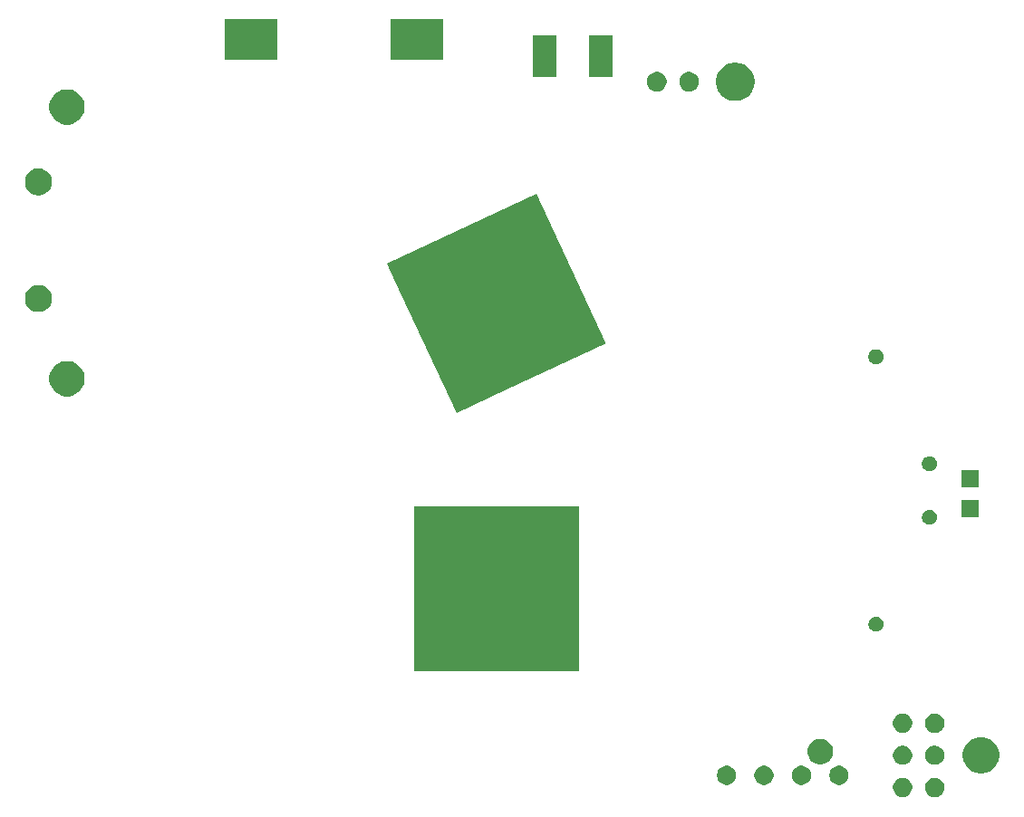
<source format=gts>
G04 #@! TF.GenerationSoftware,KiCad,Pcbnew,5.0.2-bee76a0~70~ubuntu18.04.1*
G04 #@! TF.CreationDate,2019-04-30T11:13:38-04:00*
G04 #@! TF.ProjectId,AIR_Mount_Minus,4149525f-4d6f-4756-9e74-5f4d696e7573,rev?*
G04 #@! TF.SameCoordinates,Original*
G04 #@! TF.FileFunction,Soldermask,Top*
G04 #@! TF.FilePolarity,Negative*
%FSLAX46Y46*%
G04 Gerber Fmt 4.6, Leading zero omitted, Abs format (unit mm)*
G04 Created by KiCad (PCBNEW 5.0.2-bee76a0~70~ubuntu18.04.1) date Tue 30 Apr 2019 11:13:38 AM EDT*
%MOMM*%
%LPD*%
G01*
G04 APERTURE LIST*
%ADD10C,0.100000*%
G04 APERTURE END LIST*
D10*
G36*
X209202521Y-123614586D02*
X209366309Y-123682429D01*
X209513720Y-123780926D01*
X209639074Y-123906280D01*
X209737571Y-124053691D01*
X209805414Y-124217479D01*
X209840000Y-124391356D01*
X209840000Y-124568644D01*
X209805414Y-124742521D01*
X209737571Y-124906309D01*
X209639074Y-125053720D01*
X209513720Y-125179074D01*
X209366309Y-125277571D01*
X209202521Y-125345414D01*
X209028644Y-125380000D01*
X208851356Y-125380000D01*
X208677479Y-125345414D01*
X208513691Y-125277571D01*
X208366280Y-125179074D01*
X208240926Y-125053720D01*
X208142429Y-124906309D01*
X208074586Y-124742521D01*
X208040000Y-124568644D01*
X208040000Y-124391356D01*
X208074586Y-124217479D01*
X208142429Y-124053691D01*
X208240926Y-123906280D01*
X208366280Y-123780926D01*
X208513691Y-123682429D01*
X208677479Y-123614586D01*
X208851356Y-123580000D01*
X209028644Y-123580000D01*
X209202521Y-123614586D01*
X209202521Y-123614586D01*
G37*
G36*
X206202521Y-123614586D02*
X206366309Y-123682429D01*
X206513720Y-123780926D01*
X206639074Y-123906280D01*
X206737571Y-124053691D01*
X206805414Y-124217479D01*
X206840000Y-124391356D01*
X206840000Y-124568644D01*
X206805414Y-124742521D01*
X206737571Y-124906309D01*
X206639074Y-125053720D01*
X206513720Y-125179074D01*
X206366309Y-125277571D01*
X206202521Y-125345414D01*
X206028644Y-125380000D01*
X205851356Y-125380000D01*
X205677479Y-125345414D01*
X205513691Y-125277571D01*
X205366280Y-125179074D01*
X205240926Y-125053720D01*
X205142429Y-124906309D01*
X205074586Y-124742521D01*
X205040000Y-124568644D01*
X205040000Y-124391356D01*
X205074586Y-124217479D01*
X205142429Y-124053691D01*
X205240926Y-123906280D01*
X205366280Y-123780926D01*
X205513691Y-123682429D01*
X205677479Y-123614586D01*
X205851356Y-123580000D01*
X206028644Y-123580000D01*
X206202521Y-123614586D01*
X206202521Y-123614586D01*
G37*
G36*
X200252083Y-122486029D02*
X200415596Y-122553758D01*
X200562764Y-122652093D01*
X200687907Y-122777236D01*
X200786242Y-122924404D01*
X200853971Y-123087917D01*
X200888500Y-123261505D01*
X200888500Y-123438495D01*
X200853971Y-123612083D01*
X200786242Y-123775596D01*
X200786240Y-123775599D01*
X200698920Y-123906283D01*
X200687907Y-123922764D01*
X200562764Y-124047907D01*
X200562761Y-124047909D01*
X200562760Y-124047910D01*
X200554108Y-124053691D01*
X200415596Y-124146242D01*
X200252083Y-124213971D01*
X200078495Y-124248500D01*
X199901505Y-124248500D01*
X199727917Y-124213971D01*
X199564404Y-124146242D01*
X199425892Y-124053691D01*
X199417240Y-124047910D01*
X199417239Y-124047909D01*
X199417236Y-124047907D01*
X199292093Y-123922764D01*
X199281081Y-123906283D01*
X199193760Y-123775599D01*
X199193758Y-123775596D01*
X199126029Y-123612083D01*
X199091500Y-123438495D01*
X199091500Y-123261505D01*
X199126029Y-123087917D01*
X199193758Y-122924404D01*
X199292093Y-122777236D01*
X199417236Y-122652093D01*
X199564404Y-122553758D01*
X199727917Y-122486029D01*
X199901505Y-122451500D01*
X200078495Y-122451500D01*
X200252083Y-122486029D01*
X200252083Y-122486029D01*
G37*
G36*
X196752083Y-122486029D02*
X196915596Y-122553758D01*
X197062764Y-122652093D01*
X197187907Y-122777236D01*
X197286242Y-122924404D01*
X197353971Y-123087917D01*
X197388500Y-123261505D01*
X197388500Y-123438495D01*
X197353971Y-123612083D01*
X197286242Y-123775596D01*
X197286240Y-123775599D01*
X197198920Y-123906283D01*
X197187907Y-123922764D01*
X197062764Y-124047907D01*
X197062761Y-124047909D01*
X197062760Y-124047910D01*
X197054108Y-124053691D01*
X196915596Y-124146242D01*
X196752083Y-124213971D01*
X196578495Y-124248500D01*
X196401505Y-124248500D01*
X196227917Y-124213971D01*
X196064404Y-124146242D01*
X195925892Y-124053691D01*
X195917240Y-124047910D01*
X195917239Y-124047909D01*
X195917236Y-124047907D01*
X195792093Y-123922764D01*
X195781081Y-123906283D01*
X195693760Y-123775599D01*
X195693758Y-123775596D01*
X195626029Y-123612083D01*
X195591500Y-123438495D01*
X195591500Y-123261505D01*
X195626029Y-123087917D01*
X195693758Y-122924404D01*
X195792093Y-122777236D01*
X195917236Y-122652093D01*
X196064404Y-122553758D01*
X196227917Y-122486029D01*
X196401505Y-122451500D01*
X196578495Y-122451500D01*
X196752083Y-122486029D01*
X196752083Y-122486029D01*
G37*
G36*
X193252083Y-122486029D02*
X193415596Y-122553758D01*
X193562764Y-122652093D01*
X193687907Y-122777236D01*
X193786242Y-122924404D01*
X193853971Y-123087917D01*
X193888500Y-123261505D01*
X193888500Y-123438495D01*
X193853971Y-123612083D01*
X193786242Y-123775596D01*
X193786240Y-123775599D01*
X193698920Y-123906283D01*
X193687907Y-123922764D01*
X193562764Y-124047907D01*
X193562761Y-124047909D01*
X193562760Y-124047910D01*
X193554108Y-124053691D01*
X193415596Y-124146242D01*
X193252083Y-124213971D01*
X193078495Y-124248500D01*
X192901505Y-124248500D01*
X192727917Y-124213971D01*
X192564404Y-124146242D01*
X192425892Y-124053691D01*
X192417240Y-124047910D01*
X192417239Y-124047909D01*
X192417236Y-124047907D01*
X192292093Y-123922764D01*
X192281081Y-123906283D01*
X192193760Y-123775599D01*
X192193758Y-123775596D01*
X192126029Y-123612083D01*
X192091500Y-123438495D01*
X192091500Y-123261505D01*
X192126029Y-123087917D01*
X192193758Y-122924404D01*
X192292093Y-122777236D01*
X192417236Y-122652093D01*
X192564404Y-122553758D01*
X192727917Y-122486029D01*
X192901505Y-122451500D01*
X193078495Y-122451500D01*
X193252083Y-122486029D01*
X193252083Y-122486029D01*
G37*
G36*
X189752083Y-122486029D02*
X189915596Y-122553758D01*
X190062764Y-122652093D01*
X190187907Y-122777236D01*
X190286242Y-122924404D01*
X190353971Y-123087917D01*
X190388500Y-123261505D01*
X190388500Y-123438495D01*
X190353971Y-123612083D01*
X190286242Y-123775596D01*
X190286240Y-123775599D01*
X190198920Y-123906283D01*
X190187907Y-123922764D01*
X190062764Y-124047907D01*
X190062761Y-124047909D01*
X190062760Y-124047910D01*
X190054108Y-124053691D01*
X189915596Y-124146242D01*
X189752083Y-124213971D01*
X189578495Y-124248500D01*
X189401505Y-124248500D01*
X189227917Y-124213971D01*
X189064404Y-124146242D01*
X188925892Y-124053691D01*
X188917240Y-124047910D01*
X188917239Y-124047909D01*
X188917236Y-124047907D01*
X188792093Y-123922764D01*
X188781081Y-123906283D01*
X188693760Y-123775599D01*
X188693758Y-123775596D01*
X188626029Y-123612083D01*
X188591500Y-123438495D01*
X188591500Y-123261505D01*
X188626029Y-123087917D01*
X188693758Y-122924404D01*
X188792093Y-122777236D01*
X188917236Y-122652093D01*
X189064404Y-122553758D01*
X189227917Y-122486029D01*
X189401505Y-122451500D01*
X189578495Y-122451500D01*
X189752083Y-122486029D01*
X189752083Y-122486029D01*
G37*
G36*
X213646393Y-119823553D02*
X213755872Y-119845330D01*
X214065252Y-119973479D01*
X214343687Y-120159523D01*
X214580477Y-120396313D01*
X214766521Y-120674748D01*
X214894670Y-120984128D01*
X214894670Y-120984129D01*
X214960000Y-121312563D01*
X214960000Y-121647437D01*
X214941086Y-121742521D01*
X214894670Y-121975872D01*
X214766521Y-122285252D01*
X214580477Y-122563687D01*
X214343687Y-122800477D01*
X214065252Y-122986521D01*
X213755872Y-123114670D01*
X213646393Y-123136447D01*
X213427437Y-123180000D01*
X213092563Y-123180000D01*
X212873607Y-123136447D01*
X212764128Y-123114670D01*
X212454748Y-122986521D01*
X212176313Y-122800477D01*
X211939523Y-122563687D01*
X211753479Y-122285252D01*
X211625330Y-121975872D01*
X211578914Y-121742521D01*
X211560000Y-121647437D01*
X211560000Y-121312563D01*
X211625330Y-120984129D01*
X211625330Y-120984128D01*
X211753479Y-120674748D01*
X211939523Y-120396313D01*
X212176313Y-120159523D01*
X212454748Y-119973479D01*
X212764128Y-119845330D01*
X212873607Y-119823553D01*
X213092563Y-119780000D01*
X213427437Y-119780000D01*
X213646393Y-119823553D01*
X213646393Y-119823553D01*
G37*
G36*
X206202521Y-120614586D02*
X206366309Y-120682429D01*
X206513720Y-120780926D01*
X206639074Y-120906280D01*
X206737571Y-121053691D01*
X206805414Y-121217479D01*
X206840000Y-121391356D01*
X206840000Y-121568644D01*
X206805414Y-121742521D01*
X206737571Y-121906309D01*
X206639074Y-122053720D01*
X206513720Y-122179074D01*
X206366309Y-122277571D01*
X206202521Y-122345414D01*
X206028644Y-122380000D01*
X205851356Y-122380000D01*
X205677479Y-122345414D01*
X205513691Y-122277571D01*
X205366280Y-122179074D01*
X205240926Y-122053720D01*
X205142429Y-121906309D01*
X205074586Y-121742521D01*
X205040000Y-121568644D01*
X205040000Y-121391356D01*
X205074586Y-121217479D01*
X205142429Y-121053691D01*
X205240926Y-120906280D01*
X205366280Y-120780926D01*
X205513691Y-120682429D01*
X205677479Y-120614586D01*
X205851356Y-120580000D01*
X206028644Y-120580000D01*
X206202521Y-120614586D01*
X206202521Y-120614586D01*
G37*
G36*
X209202521Y-120614586D02*
X209366309Y-120682429D01*
X209513720Y-120780926D01*
X209639074Y-120906280D01*
X209737571Y-121053691D01*
X209805414Y-121217479D01*
X209840000Y-121391356D01*
X209840000Y-121568644D01*
X209805414Y-121742521D01*
X209737571Y-121906309D01*
X209639074Y-122053720D01*
X209513720Y-122179074D01*
X209366309Y-122277571D01*
X209202521Y-122345414D01*
X209028644Y-122380000D01*
X208851356Y-122380000D01*
X208677479Y-122345414D01*
X208513691Y-122277571D01*
X208366280Y-122179074D01*
X208240926Y-122053720D01*
X208142429Y-121906309D01*
X208074586Y-121742521D01*
X208040000Y-121568644D01*
X208040000Y-121391356D01*
X208074586Y-121217479D01*
X208142429Y-121053691D01*
X208240926Y-120906280D01*
X208366280Y-120780926D01*
X208513691Y-120682429D01*
X208677479Y-120614586D01*
X208851356Y-120580000D01*
X209028644Y-120580000D01*
X209202521Y-120614586D01*
X209202521Y-120614586D01*
G37*
G36*
X198587255Y-119975250D02*
X198803910Y-120064991D01*
X198803913Y-120064993D01*
X198945387Y-120159523D01*
X198998903Y-120195282D01*
X199164718Y-120361097D01*
X199164720Y-120361100D01*
X199164721Y-120361101D01*
X199188249Y-120396313D01*
X199295009Y-120556090D01*
X199384750Y-120772745D01*
X199430500Y-121002745D01*
X199430500Y-121237255D01*
X199384750Y-121467255D01*
X199295009Y-121683910D01*
X199164718Y-121878903D01*
X198998903Y-122044718D01*
X198998900Y-122044720D01*
X198998899Y-122044721D01*
X198985431Y-122053720D01*
X198803910Y-122175009D01*
X198587255Y-122264750D01*
X198357255Y-122310500D01*
X198122745Y-122310500D01*
X197892745Y-122264750D01*
X197676090Y-122175009D01*
X197494569Y-122053720D01*
X197481101Y-122044721D01*
X197481100Y-122044720D01*
X197481097Y-122044718D01*
X197315282Y-121878903D01*
X197184991Y-121683910D01*
X197095250Y-121467255D01*
X197049500Y-121237255D01*
X197049500Y-121002745D01*
X197095250Y-120772745D01*
X197184991Y-120556090D01*
X197291751Y-120396313D01*
X197315279Y-120361101D01*
X197315280Y-120361100D01*
X197315282Y-120361097D01*
X197481097Y-120195282D01*
X197534614Y-120159523D01*
X197676087Y-120064993D01*
X197676090Y-120064991D01*
X197892745Y-119975250D01*
X198122745Y-119929500D01*
X198357255Y-119929500D01*
X198587255Y-119975250D01*
X198587255Y-119975250D01*
G37*
G36*
X206202521Y-117614586D02*
X206366309Y-117682429D01*
X206513720Y-117780926D01*
X206639074Y-117906280D01*
X206737571Y-118053691D01*
X206805414Y-118217479D01*
X206840000Y-118391356D01*
X206840000Y-118568644D01*
X206805414Y-118742521D01*
X206737571Y-118906309D01*
X206639074Y-119053720D01*
X206513720Y-119179074D01*
X206366309Y-119277571D01*
X206202521Y-119345414D01*
X206028644Y-119380000D01*
X205851356Y-119380000D01*
X205677479Y-119345414D01*
X205513691Y-119277571D01*
X205366280Y-119179074D01*
X205240926Y-119053720D01*
X205142429Y-118906309D01*
X205074586Y-118742521D01*
X205040000Y-118568644D01*
X205040000Y-118391356D01*
X205074586Y-118217479D01*
X205142429Y-118053691D01*
X205240926Y-117906280D01*
X205366280Y-117780926D01*
X205513691Y-117682429D01*
X205677479Y-117614586D01*
X205851356Y-117580000D01*
X206028644Y-117580000D01*
X206202521Y-117614586D01*
X206202521Y-117614586D01*
G37*
G36*
X209202521Y-117614586D02*
X209366309Y-117682429D01*
X209513720Y-117780926D01*
X209639074Y-117906280D01*
X209737571Y-118053691D01*
X209805414Y-118217479D01*
X209840000Y-118391356D01*
X209840000Y-118568644D01*
X209805414Y-118742521D01*
X209737571Y-118906309D01*
X209639074Y-119053720D01*
X209513720Y-119179074D01*
X209366309Y-119277571D01*
X209202521Y-119345414D01*
X209028644Y-119380000D01*
X208851356Y-119380000D01*
X208677479Y-119345414D01*
X208513691Y-119277571D01*
X208366280Y-119179074D01*
X208240926Y-119053720D01*
X208142429Y-118906309D01*
X208074586Y-118742521D01*
X208040000Y-118568644D01*
X208040000Y-118391356D01*
X208074586Y-118217479D01*
X208142429Y-118053691D01*
X208240926Y-117906280D01*
X208366280Y-117780926D01*
X208513691Y-117682429D01*
X208677479Y-117614586D01*
X208851356Y-117580000D01*
X209028644Y-117580000D01*
X209202521Y-117614586D01*
X209202521Y-117614586D01*
G37*
G36*
X175731363Y-113620001D02*
X160331363Y-113620001D01*
X160331363Y-98220001D01*
X175731363Y-98220001D01*
X175731363Y-113620001D01*
X175731363Y-113620001D01*
G37*
G36*
X203658183Y-108546900D02*
X203785574Y-108599668D01*
X203900225Y-108676275D01*
X203997725Y-108773775D01*
X204074332Y-108888426D01*
X204127100Y-109015817D01*
X204154000Y-109151055D01*
X204154000Y-109288945D01*
X204127100Y-109424183D01*
X204074332Y-109551574D01*
X203997725Y-109666225D01*
X203900225Y-109763725D01*
X203785574Y-109840332D01*
X203658183Y-109893100D01*
X203522945Y-109920000D01*
X203385055Y-109920000D01*
X203249817Y-109893100D01*
X203122426Y-109840332D01*
X203007775Y-109763725D01*
X202910275Y-109666225D01*
X202833668Y-109551574D01*
X202780900Y-109424183D01*
X202754000Y-109288945D01*
X202754000Y-109151055D01*
X202780900Y-109015817D01*
X202833668Y-108888426D01*
X202910275Y-108773775D01*
X203007775Y-108676275D01*
X203122426Y-108599668D01*
X203249817Y-108546900D01*
X203385055Y-108520000D01*
X203522945Y-108520000D01*
X203658183Y-108546900D01*
X203658183Y-108546900D01*
G37*
G36*
X208658183Y-98546900D02*
X208785574Y-98599668D01*
X208900225Y-98676275D01*
X208997725Y-98773775D01*
X209074332Y-98888426D01*
X209127100Y-99015817D01*
X209154000Y-99151055D01*
X209154000Y-99288945D01*
X209127100Y-99424183D01*
X209074332Y-99551574D01*
X208997725Y-99666225D01*
X208900225Y-99763725D01*
X208785574Y-99840332D01*
X208658183Y-99893100D01*
X208522945Y-99920000D01*
X208385055Y-99920000D01*
X208249817Y-99893100D01*
X208122426Y-99840332D01*
X208007775Y-99763725D01*
X207910275Y-99666225D01*
X207833668Y-99551574D01*
X207780900Y-99424183D01*
X207754000Y-99288945D01*
X207754000Y-99151055D01*
X207780900Y-99015817D01*
X207833668Y-98888426D01*
X207910275Y-98773775D01*
X208007775Y-98676275D01*
X208122426Y-98599668D01*
X208249817Y-98546900D01*
X208385055Y-98520000D01*
X208522945Y-98520000D01*
X208658183Y-98546900D01*
X208658183Y-98546900D01*
G37*
G36*
X213060000Y-99210000D02*
X211460000Y-99210000D01*
X211460000Y-97610000D01*
X213060000Y-97610000D01*
X213060000Y-99210000D01*
X213060000Y-99210000D01*
G37*
G36*
X213060000Y-96410000D02*
X211460000Y-96410000D01*
X211460000Y-94810000D01*
X213060000Y-94810000D01*
X213060000Y-96410000D01*
X213060000Y-96410000D01*
G37*
G36*
X208658183Y-93546900D02*
X208785574Y-93599668D01*
X208900225Y-93676275D01*
X208997725Y-93773775D01*
X209074332Y-93888426D01*
X209127100Y-94015817D01*
X209154000Y-94151055D01*
X209154000Y-94288945D01*
X209127100Y-94424183D01*
X209074332Y-94551574D01*
X208997725Y-94666225D01*
X208900225Y-94763725D01*
X208785574Y-94840332D01*
X208658183Y-94893100D01*
X208522945Y-94920000D01*
X208385055Y-94920000D01*
X208249817Y-94893100D01*
X208122426Y-94840332D01*
X208007775Y-94763725D01*
X207910275Y-94666225D01*
X207833668Y-94551574D01*
X207780900Y-94424183D01*
X207754000Y-94288945D01*
X207754000Y-94151055D01*
X207780900Y-94015817D01*
X207833668Y-93888426D01*
X207910275Y-93773775D01*
X208007775Y-93676275D01*
X208122426Y-93599668D01*
X208249817Y-93546900D01*
X208385055Y-93520000D01*
X208522945Y-93520000D01*
X208658183Y-93546900D01*
X208658183Y-93546900D01*
G37*
G36*
X175540404Y-77228610D02*
X178183877Y-82897555D01*
X178219732Y-82974448D01*
X168976572Y-87284604D01*
X164262592Y-89482769D01*
X164262591Y-89482769D01*
X158529568Y-77188260D01*
X157754270Y-75525629D01*
X157754270Y-75525628D01*
X168085832Y-70707942D01*
X171711410Y-69017307D01*
X171711411Y-69017307D01*
X175540404Y-77228610D01*
X175540404Y-77228610D01*
G37*
G36*
X128351287Y-84686408D02*
X128651568Y-84810789D01*
X128921814Y-84991361D01*
X129151639Y-85221186D01*
X129332211Y-85491432D01*
X129456592Y-85791713D01*
X129520000Y-86110489D01*
X129520000Y-86435511D01*
X129456592Y-86754287D01*
X129332211Y-87054568D01*
X129151639Y-87324814D01*
X128921814Y-87554639D01*
X128651568Y-87735211D01*
X128351287Y-87859592D01*
X128032511Y-87923000D01*
X127707489Y-87923000D01*
X127388713Y-87859592D01*
X127088432Y-87735211D01*
X126818186Y-87554639D01*
X126588361Y-87324814D01*
X126407789Y-87054568D01*
X126283408Y-86754287D01*
X126220000Y-86435511D01*
X126220000Y-86110489D01*
X126283408Y-85791713D01*
X126407789Y-85491432D01*
X126588361Y-85221186D01*
X126818186Y-84991361D01*
X127088432Y-84810789D01*
X127388713Y-84686408D01*
X127707489Y-84623000D01*
X128032511Y-84623000D01*
X128351287Y-84686408D01*
X128351287Y-84686408D01*
G37*
G36*
X203658183Y-83546900D02*
X203785574Y-83599668D01*
X203900224Y-83676274D01*
X203997726Y-83773776D01*
X204074332Y-83888426D01*
X204127100Y-84015817D01*
X204154000Y-84151055D01*
X204154000Y-84288945D01*
X204127100Y-84424183D01*
X204099084Y-84491818D01*
X204074332Y-84551574D01*
X203997726Y-84666224D01*
X203900224Y-84763726D01*
X203785574Y-84840332D01*
X203658183Y-84893100D01*
X203522945Y-84920000D01*
X203385055Y-84920000D01*
X203249817Y-84893100D01*
X203122426Y-84840332D01*
X203007776Y-84763726D01*
X202910274Y-84666224D01*
X202833668Y-84551574D01*
X202808916Y-84491818D01*
X202780900Y-84424183D01*
X202754000Y-84288945D01*
X202754000Y-84151055D01*
X202780900Y-84015817D01*
X202833668Y-83888426D01*
X202910274Y-83773776D01*
X203007776Y-83676274D01*
X203122426Y-83599668D01*
X203249817Y-83546900D01*
X203385055Y-83520000D01*
X203522945Y-83520000D01*
X203658183Y-83546900D01*
X203658183Y-83546900D01*
G37*
G36*
X125445814Y-77544211D02*
X125567529Y-77568421D01*
X125796834Y-77663402D01*
X126003203Y-77801294D01*
X126178706Y-77976797D01*
X126316598Y-78183166D01*
X126411579Y-78412471D01*
X126460000Y-78655901D01*
X126460000Y-78904099D01*
X126411579Y-79147529D01*
X126316598Y-79376834D01*
X126178706Y-79583203D01*
X126003203Y-79758706D01*
X125796834Y-79896598D01*
X125567529Y-79991579D01*
X125445814Y-80015790D01*
X125324101Y-80040000D01*
X125075899Y-80040000D01*
X124954186Y-80015790D01*
X124832471Y-79991579D01*
X124603166Y-79896598D01*
X124396797Y-79758706D01*
X124221294Y-79583203D01*
X124083402Y-79376834D01*
X123988421Y-79147529D01*
X123940000Y-78904099D01*
X123940000Y-78655901D01*
X123988421Y-78412471D01*
X124083402Y-78183166D01*
X124221294Y-77976797D01*
X124396797Y-77801294D01*
X124603166Y-77663402D01*
X124832471Y-77568421D01*
X124954186Y-77544211D01*
X125075899Y-77520000D01*
X125324101Y-77520000D01*
X125445814Y-77544211D01*
X125445814Y-77544211D01*
G37*
G36*
X125445814Y-66644211D02*
X125567529Y-66668421D01*
X125796834Y-66763402D01*
X126003203Y-66901294D01*
X126178706Y-67076797D01*
X126316598Y-67283166D01*
X126411579Y-67512471D01*
X126460000Y-67755901D01*
X126460000Y-68004099D01*
X126411579Y-68247529D01*
X126316598Y-68476834D01*
X126178706Y-68683203D01*
X126003203Y-68858706D01*
X125796834Y-68996598D01*
X125567529Y-69091579D01*
X125445814Y-69115789D01*
X125324101Y-69140000D01*
X125075899Y-69140000D01*
X124954186Y-69115789D01*
X124832471Y-69091579D01*
X124603166Y-68996598D01*
X124396797Y-68858706D01*
X124221294Y-68683203D01*
X124083402Y-68476834D01*
X123988421Y-68247529D01*
X123940000Y-68004099D01*
X123940000Y-67755901D01*
X123988421Y-67512471D01*
X124083402Y-67283166D01*
X124221294Y-67076797D01*
X124396797Y-66901294D01*
X124603166Y-66763402D01*
X124832471Y-66668421D01*
X124954186Y-66644211D01*
X125075899Y-66620000D01*
X125324101Y-66620000D01*
X125445814Y-66644211D01*
X125445814Y-66644211D01*
G37*
G36*
X128351287Y-59286408D02*
X128651568Y-59410789D01*
X128921814Y-59591361D01*
X129151639Y-59821186D01*
X129332211Y-60091432D01*
X129456592Y-60391713D01*
X129520000Y-60710489D01*
X129520000Y-61035511D01*
X129456592Y-61354287D01*
X129332211Y-61654568D01*
X129151639Y-61924814D01*
X128921814Y-62154639D01*
X128651568Y-62335211D01*
X128351287Y-62459592D01*
X128032511Y-62523000D01*
X127707489Y-62523000D01*
X127388713Y-62459592D01*
X127088432Y-62335211D01*
X126818186Y-62154639D01*
X126588361Y-61924814D01*
X126407789Y-61654568D01*
X126283408Y-61354287D01*
X126220000Y-61035511D01*
X126220000Y-60710489D01*
X126283408Y-60391713D01*
X126407789Y-60091432D01*
X126588361Y-59821186D01*
X126818186Y-59591361D01*
X127088432Y-59410789D01*
X127388713Y-59286408D01*
X127707489Y-59223000D01*
X128032511Y-59223000D01*
X128351287Y-59286408D01*
X128351287Y-59286408D01*
G37*
G36*
X190709122Y-56766115D02*
X190825041Y-56789173D01*
X191152620Y-56924861D01*
X191443511Y-57119228D01*
X191447436Y-57121851D01*
X191698149Y-57372564D01*
X191698151Y-57372567D01*
X191895139Y-57667380D01*
X192030827Y-57994959D01*
X192053885Y-58110878D01*
X192100000Y-58342714D01*
X192100000Y-58697286D01*
X192053885Y-58929122D01*
X192030827Y-59045041D01*
X191895139Y-59372620D01*
X191880165Y-59395030D01*
X191698149Y-59667436D01*
X191447436Y-59918149D01*
X191447433Y-59918151D01*
X191152620Y-60115139D01*
X190825041Y-60250827D01*
X190709122Y-60273885D01*
X190477286Y-60320000D01*
X190122714Y-60320000D01*
X189890878Y-60273885D01*
X189774959Y-60250827D01*
X189447380Y-60115139D01*
X189152567Y-59918151D01*
X189152564Y-59918149D01*
X188901851Y-59667436D01*
X188719835Y-59395030D01*
X188704861Y-59372620D01*
X188569173Y-59045041D01*
X188546115Y-58929122D01*
X188500000Y-58697286D01*
X188500000Y-58342714D01*
X188546115Y-58110878D01*
X188569173Y-57994959D01*
X188704861Y-57667380D01*
X188901849Y-57372567D01*
X188901851Y-57372564D01*
X189152564Y-57121851D01*
X189156489Y-57119228D01*
X189447380Y-56924861D01*
X189774959Y-56789173D01*
X189890878Y-56766115D01*
X190122714Y-56720000D01*
X190477286Y-56720000D01*
X190709122Y-56766115D01*
X190709122Y-56766115D01*
G37*
G36*
X183245434Y-57644970D02*
X183245436Y-57644971D01*
X183245437Y-57644971D01*
X183411047Y-57713569D01*
X183560094Y-57813159D01*
X183686841Y-57939906D01*
X183786431Y-58088953D01*
X183855030Y-58254566D01*
X183890000Y-58430371D01*
X183890000Y-58609629D01*
X183855030Y-58785434D01*
X183786431Y-58951047D01*
X183686841Y-59100094D01*
X183560094Y-59226841D01*
X183560091Y-59226843D01*
X183411047Y-59326431D01*
X183245437Y-59395029D01*
X183245436Y-59395029D01*
X183245434Y-59395030D01*
X183069629Y-59430000D01*
X182890371Y-59430000D01*
X182714566Y-59395030D01*
X182714564Y-59395029D01*
X182714563Y-59395029D01*
X182548953Y-59326431D01*
X182399909Y-59226843D01*
X182399906Y-59226841D01*
X182273159Y-59100094D01*
X182173569Y-58951047D01*
X182104970Y-58785434D01*
X182070000Y-58609629D01*
X182070000Y-58430371D01*
X182104970Y-58254566D01*
X182173569Y-58088953D01*
X182273159Y-57939906D01*
X182399906Y-57813159D01*
X182548953Y-57713569D01*
X182714563Y-57644971D01*
X182714564Y-57644971D01*
X182714566Y-57644970D01*
X182890371Y-57610000D01*
X183069629Y-57610000D01*
X183245434Y-57644970D01*
X183245434Y-57644970D01*
G37*
G36*
X186245434Y-57644970D02*
X186245436Y-57644971D01*
X186245437Y-57644971D01*
X186411047Y-57713569D01*
X186560094Y-57813159D01*
X186686841Y-57939906D01*
X186786431Y-58088953D01*
X186855030Y-58254566D01*
X186890000Y-58430371D01*
X186890000Y-58609629D01*
X186855030Y-58785434D01*
X186786431Y-58951047D01*
X186686841Y-59100094D01*
X186560094Y-59226841D01*
X186560091Y-59226843D01*
X186411047Y-59326431D01*
X186245437Y-59395029D01*
X186245436Y-59395029D01*
X186245434Y-59395030D01*
X186069629Y-59430000D01*
X185890371Y-59430000D01*
X185714566Y-59395030D01*
X185714564Y-59395029D01*
X185714563Y-59395029D01*
X185548953Y-59326431D01*
X185399909Y-59226843D01*
X185399906Y-59226841D01*
X185273159Y-59100094D01*
X185173569Y-58951047D01*
X185104970Y-58785434D01*
X185070000Y-58609629D01*
X185070000Y-58430371D01*
X185104970Y-58254566D01*
X185173569Y-58088953D01*
X185273159Y-57939906D01*
X185399906Y-57813159D01*
X185548953Y-57713569D01*
X185714563Y-57644971D01*
X185714564Y-57644971D01*
X185714566Y-57644970D01*
X185890371Y-57610000D01*
X186069629Y-57610000D01*
X186245434Y-57644970D01*
X186245434Y-57644970D01*
G37*
G36*
X178836000Y-58084000D02*
X176656000Y-58084000D01*
X176656000Y-54184000D01*
X178836000Y-54184000D01*
X178836000Y-58084000D01*
X178836000Y-58084000D01*
G37*
G36*
X173556000Y-58084000D02*
X171376000Y-58084000D01*
X171376000Y-54184000D01*
X173556000Y-54184000D01*
X173556000Y-58084000D01*
X173556000Y-58084000D01*
G37*
G36*
X162980000Y-56500000D02*
X158080000Y-56500000D01*
X158080000Y-52700000D01*
X162980000Y-52700000D01*
X162980000Y-56500000D01*
X162980000Y-56500000D01*
G37*
G36*
X147480000Y-56500000D02*
X142580000Y-56500000D01*
X142580000Y-52700000D01*
X147480000Y-52700000D01*
X147480000Y-56500000D01*
X147480000Y-56500000D01*
G37*
M02*

</source>
